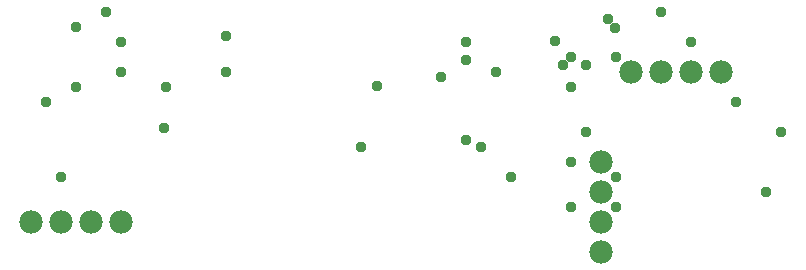
<source format=gbr>
G04 EAGLE Gerber RS-274X export*
G75*
%MOMM*%
%FSLAX34Y34*%
%LPD*%
%INSoldermask Bottom*%
%IPPOS*%
%AMOC8*
5,1,8,0,0,1.08239X$1,22.5*%
G01*
%ADD10C,1.981200*%
%ADD11C,0.959600*%


D10*
X647700Y177800D03*
X673100Y177800D03*
X698500Y177800D03*
X723900Y177800D03*
X139700Y50800D03*
X165100Y50800D03*
X190500Y50800D03*
X215900Y50800D03*
X622300Y101600D03*
X622300Y76200D03*
X622300Y50800D03*
X622300Y25400D03*
D11*
X254000Y165100D03*
X583118Y204282D03*
X628574Y222326D03*
X596799Y190500D03*
X252400Y130200D03*
X609600Y183868D03*
X215900Y203200D03*
X596900Y63500D03*
X635000Y63500D03*
X508000Y203200D03*
X507894Y187632D03*
X304800Y208554D03*
X304800Y177800D03*
X774700Y127000D03*
X762000Y76200D03*
X736600Y152400D03*
X165100Y88900D03*
X152294Y152400D03*
X215900Y177800D03*
X177800Y165100D03*
X486724Y173676D03*
X533400Y177800D03*
X635000Y190500D03*
X508000Y120368D03*
X432724Y166024D03*
X633868Y214768D03*
X203200Y228600D03*
X609600Y127000D03*
X590423Y184023D03*
X596900Y165100D03*
X520700Y114300D03*
X635000Y88900D03*
X177800Y215900D03*
X546100Y88900D03*
X698500Y203200D03*
X673100Y228600D03*
X596900Y101600D03*
X419100Y114300D03*
M02*

</source>
